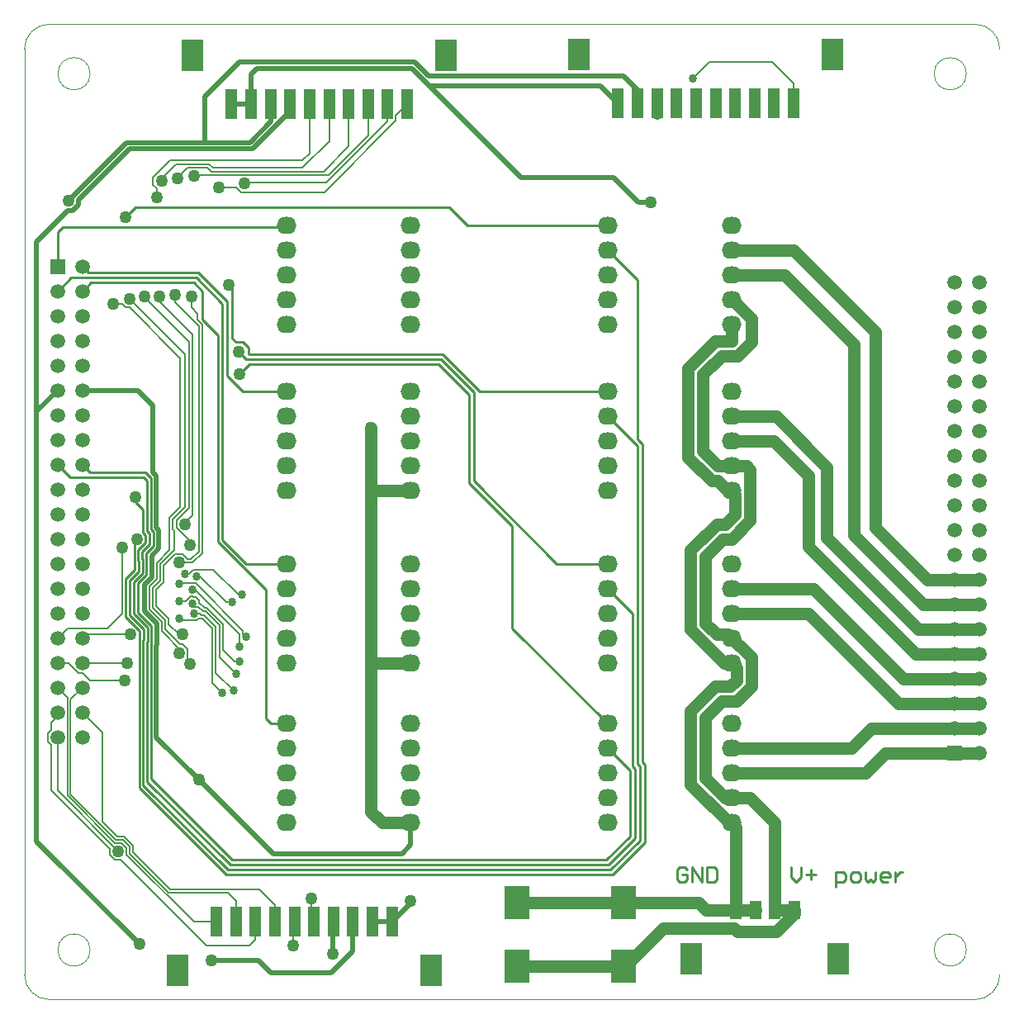
<source format=gtl>
G04 Layer_Physical_Order=1*
G04 Layer_Color=255*
%FSLAX25Y25*%
%MOIN*%
G70*
G01*
G75*
%ADD10R,0.09842X0.13780*%
%ADD11R,0.04724X0.07700*%
%ADD12R,0.09055X0.12992*%
%ADD13R,0.04724X0.12205*%
%ADD14C,0.05000*%
%ADD15C,0.00800*%
%ADD16C,0.01000*%
%ADD17C,0.02000*%
%ADD18C,0.00600*%
%ADD19C,0.00050*%
%ADD20C,0.05905*%
%ADD21R,0.05905X0.05905*%
%ADD22O,0.08000X0.07000*%
%ADD23C,0.03400*%
%ADD24C,0.05000*%
D10*
X545000Y342295D02*
D03*
Y316705D02*
D03*
X502000Y342295D02*
D03*
Y316705D02*
D03*
D11*
X613894Y339347D02*
D03*
X606020D02*
D03*
X598146D02*
D03*
X590272D02*
D03*
D12*
X631500Y319500D02*
D03*
X572287D02*
D03*
X527000Y684500D02*
D03*
X629362D02*
D03*
X467244Y314815D02*
D03*
X364882D02*
D03*
X371008Y684185D02*
D03*
X473370D02*
D03*
D13*
X542748Y664815D02*
D03*
X550622D02*
D03*
X558496D02*
D03*
X566370D02*
D03*
X574244D02*
D03*
X582118D02*
D03*
X589992D02*
D03*
X597866D02*
D03*
X605740D02*
D03*
X613614D02*
D03*
X451496Y334500D02*
D03*
X443622D02*
D03*
X435748D02*
D03*
X427874D02*
D03*
X420000D02*
D03*
X412126D02*
D03*
X404252D02*
D03*
X396378D02*
D03*
X388504D02*
D03*
X380630D02*
D03*
X386756Y664500D02*
D03*
X394630D02*
D03*
X402504D02*
D03*
X410378D02*
D03*
X418252D02*
D03*
X426126D02*
D03*
X434000D02*
D03*
X441874D02*
D03*
X449748D02*
D03*
X457622D02*
D03*
D14*
X678500Y402500D02*
X688500D01*
X650500D02*
X678500D01*
X588500Y394500D02*
X642500D01*
X650500Y402500D01*
X678500Y412500D02*
X688500D01*
X645000D02*
X678500D01*
X637000Y404500D02*
X645000Y412500D01*
X588500Y404500D02*
X637000D01*
X678500Y422500D02*
X688500D01*
X656000D02*
X678500D01*
X588500Y459000D02*
X619500D01*
X656000Y422500D01*
X678500Y432500D02*
X688500D01*
X658000D02*
X678500D01*
X621500Y469000D02*
X658000Y432500D01*
X588500Y469000D02*
X621500D01*
X678500Y452500D02*
X688500D01*
X664000D02*
X678500D01*
X627000Y489500D02*
X664000Y452500D01*
X627000Y489500D02*
Y518000D01*
X606500Y538500D02*
X627000Y518000D01*
X588500Y538500D02*
X606500D01*
X610000Y595500D02*
X638000Y567500D01*
Y490500D02*
Y567500D01*
Y490500D02*
X666000Y462500D01*
X678500D01*
X667500Y472500D02*
X678500D01*
X646500Y493500D02*
X667500Y472500D01*
X646500Y493500D02*
Y572500D01*
X613500Y605500D02*
X646500Y572500D01*
X605500Y528500D02*
X619500Y514500D01*
Y486000D02*
Y514500D01*
Y486000D02*
X663000Y442500D01*
X588500Y528500D02*
X605500D01*
X678500Y442500D02*
X688500D01*
X663000D02*
X678500D01*
Y462500D02*
X688500D01*
X588500Y595500D02*
X610000D01*
X678500Y472500D02*
X688500D01*
X588500Y605500D02*
X613500D01*
X606500Y330500D02*
X613894Y337894D01*
Y339347D01*
X591000Y330500D02*
X606500D01*
X589500Y332000D02*
X591000Y330500D01*
X561000Y332000D02*
X589500D01*
X545705Y316705D02*
X561000Y332000D01*
X545000Y316705D02*
X545705D01*
X502000D02*
X545000D01*
Y342295D02*
X575205D01*
X502000D02*
X545000D01*
X578153Y339347D02*
X590272D01*
X575205Y342295D02*
X578153Y339347D01*
X443000Y509000D02*
Y534000D01*
Y438500D02*
Y509000D01*
Y438500D02*
X443500Y439000D01*
X443000Y509000D02*
X443500Y508500D01*
Y439000D02*
X459000D01*
X443500Y508500D02*
X459000D01*
X588500Y374500D02*
X590272Y372728D01*
Y339347D02*
Y372728D01*
Y339347D02*
X598146D01*
X606020D02*
X613894D01*
X606020D02*
Y374480D01*
X596000Y384500D02*
X606020Y374480D01*
X588500Y384500D02*
X596000D01*
X596500Y568500D02*
Y577900D01*
X596485Y568500D02*
X596500D01*
X588900Y585500D02*
X596500Y577900D01*
X587000Y508500D02*
X588500D01*
X583000Y512500D02*
X587000Y508500D01*
X580515Y512500D02*
X583000D01*
X571000Y522015D02*
X580515Y512500D01*
X571000Y522015D02*
Y557985D01*
X596500Y429529D02*
Y441399D01*
X590471Y423500D02*
X596500Y429529D01*
X584500Y423500D02*
X590471D01*
X588500Y439000D02*
X590500Y437000D01*
Y432015D02*
Y437000D01*
X587985Y429500D02*
X590500Y432015D01*
X591899Y446000D02*
X596500Y441399D01*
X591500Y446000D02*
X591899D01*
X588500Y449000D02*
X591500Y446000D01*
X590985Y563000D02*
X596485Y568500D01*
X584500Y563000D02*
X590985D01*
X577000Y555500D02*
X584500Y563000D01*
X588500Y569000D02*
Y575500D01*
X582015Y569000D02*
X588500D01*
X571000Y557985D02*
X582015Y569000D01*
X588500Y508500D02*
X590000Y507000D01*
Y499000D02*
Y507000D01*
X586000Y495000D02*
X590000Y499000D01*
X594500Y518500D02*
X596000Y517000D01*
X588485Y489000D02*
X596000Y496515D01*
Y517000D01*
X585000Y489000D02*
X588485D01*
X582515Y495000D02*
X586000D01*
X572000Y452500D02*
Y484485D01*
X582515Y495000D01*
X587515Y374500D02*
X588500D01*
X572000Y390015D02*
X587515Y374500D01*
X572000Y390015D02*
Y419485D01*
X582015Y429500D01*
X587985D01*
X586000Y384500D02*
X588500D01*
X578000Y392500D02*
X586000Y384500D01*
X578000Y392500D02*
Y417000D01*
X584500Y423500D01*
X585500Y439000D02*
X588500D01*
X572000Y452500D02*
X585500Y439000D01*
X587000Y450500D02*
X588500Y449000D01*
X582500Y450500D02*
X587000D01*
X578000Y455000D02*
X582500Y450500D01*
X578000Y482000D02*
X585000Y489000D01*
X578000Y455000D02*
Y482000D01*
X588500Y518500D02*
X594500D01*
X583000D02*
X588500D01*
X577000Y524500D02*
X583000Y518500D01*
X577000Y524500D02*
Y555500D01*
X588500Y585500D02*
X588900D01*
X447500Y374500D02*
X459000D01*
X443000Y379000D02*
X447500Y374500D01*
X443000Y379000D02*
Y438500D01*
D15*
X316500Y439000D02*
X320910D01*
X369000D02*
X370000D01*
X326500D02*
X344500D01*
X365400Y443100D02*
X366400Y444100D01*
X316500Y449000D02*
X320500Y453000D01*
X371500Y636000D02*
X426020D01*
X326500Y449000D02*
X328000Y450500D01*
X453110Y659988D02*
X457622Y664500D01*
X453110Y657983D02*
Y659988D01*
X605000Y681500D02*
X613614Y672886D01*
X579500Y681500D02*
X605000D01*
X573000Y675000D02*
X579500Y681500D01*
X613614Y664815D02*
Y672886D01*
X389500Y466500D02*
X391000D01*
X371382Y476700D02*
X379300D01*
X369682Y475000D02*
X371382Y476700D01*
X379300D02*
X389500Y466500D01*
X368000Y475000D02*
X369682D01*
X374000Y474000D02*
X384500Y463500D01*
X387000D01*
X372500Y474000D02*
X374000D01*
X372300Y471200D02*
X391400Y452100D01*
Y450600D02*
Y452100D01*
X365700Y471200D02*
X372300D01*
X365500Y471000D02*
X365700Y471200D01*
X391400Y450600D02*
X392500Y449500D01*
X389800Y445700D02*
Y450618D01*
X371918Y468500D02*
X389800Y450618D01*
X371000Y468500D02*
X371918D01*
X389800Y445700D02*
X390000Y445500D01*
X376740Y461200D02*
X383200Y454740D01*
X375800Y461200D02*
X376740D01*
X388000Y439500D02*
X390000D01*
X383200Y444300D02*
Y454740D01*
X371300Y465700D02*
X372118D01*
X373700Y464118D01*
X371200Y465800D02*
X371300Y465700D01*
X373700Y463300D02*
X375800Y461200D01*
X373700Y463300D02*
Y464118D01*
X383200Y444300D02*
X388000Y439500D01*
X369882Y465700D02*
Y465800D01*
X371200D01*
X368182Y464000D02*
X369882Y465700D01*
X365500Y464000D02*
X368182D01*
X376160Y459800D02*
X381800Y454160D01*
Y441200D02*
X388500Y434500D01*
X381800Y441200D02*
Y454160D01*
X371300Y461700D02*
X373280D01*
X371000Y462000D02*
Y463000D01*
X375180Y459800D02*
X376160D01*
X373280Y461700D02*
X375180Y459800D01*
X371000Y462000D02*
X371300Y461700D01*
X374000Y459000D02*
X374600Y458400D01*
X375580D01*
X371500Y459000D02*
X374000D01*
X380400Y435100D02*
Y453580D01*
X375580Y458400D02*
X380400Y453580D01*
Y435100D02*
X387500Y428000D01*
X379000Y431000D02*
X383000Y427000D01*
X375000Y457000D02*
X379000Y453000D01*
Y431000D02*
Y453000D01*
X373318Y457000D02*
X375000D01*
X372618Y456300D02*
X373318Y457000D01*
X366200Y456300D02*
X372618D01*
X365500Y457000D02*
X366200Y456300D01*
X369000Y439000D02*
Y444450D01*
X342500Y459000D02*
Y485500D01*
X336500Y453000D02*
X342500Y459000D01*
X365500Y450500D02*
X367000D01*
X366950Y446500D02*
X369000Y444450D01*
X365980Y446500D02*
X366950D01*
X359900Y452580D02*
X365980Y446500D01*
X361300Y454700D02*
X365500Y450500D01*
X359900Y452580D02*
Y456257D01*
X354900Y461258D02*
X359900Y456257D01*
X365400Y443100D02*
X365500Y443000D01*
X328000Y450500D02*
X346000D01*
X358500Y452000D02*
X366400Y444100D01*
X358500Y452000D02*
Y455678D01*
X353500Y469822D02*
X356500Y472822D01*
X353500Y460678D02*
Y469822D01*
Y460678D02*
X358500Y455678D01*
X356500Y472822D02*
Y479410D01*
X361700Y484610D01*
Y497610D01*
X366000Y501909D01*
Y562000D01*
X345500Y582500D02*
X366000Y562000D01*
X357900Y478830D02*
X363535Y484465D01*
X357900Y472242D02*
Y478830D01*
X354900Y469242D02*
X357900Y472242D01*
X354900Y461258D02*
Y469242D01*
X359300Y478250D02*
X364050Y483000D01*
X359300Y471663D02*
Y478250D01*
X356300Y468663D02*
X359300Y471663D01*
X356300Y461837D02*
Y468663D01*
Y461837D02*
X361300Y456837D01*
Y454700D02*
Y456837D01*
X365500Y479500D02*
X371000D01*
X369000Y480900D02*
X370420D01*
X369000D02*
Y480950D01*
X329500Y432000D02*
X343500D01*
X326453Y435047D02*
X329500Y432000D01*
X324863Y435047D02*
X326453D01*
X320910Y439000D02*
X324863Y435047D01*
X363535Y484465D02*
Y492535D01*
X363100Y492970D02*
X363535Y492535D01*
X363100Y492970D02*
Y497030D01*
X368000Y501930D01*
X364500Y496450D02*
X369500Y501450D01*
X366950Y483000D02*
X369000Y480950D01*
X364050Y483000D02*
X366950D01*
X369500Y487000D02*
X370000Y486500D01*
X373000Y577480D02*
X374900Y575580D01*
X371000Y479500D02*
X374900Y483400D01*
X364000Y584500D02*
X373500Y575000D01*
X370420Y480900D02*
X373500Y483980D01*
Y575000D01*
X374900Y483400D02*
Y575580D01*
X369500Y487000D02*
Y488550D01*
X364500Y493550D02*
X369500Y488550D01*
X364500Y493550D02*
Y496450D01*
X369500Y501450D02*
Y568500D01*
X370500Y582500D02*
X373000Y580000D01*
Y577480D02*
Y580000D01*
X320500Y453000D02*
X336500D01*
X368000Y495000D02*
Y495500D01*
X371000Y498500D01*
X357500Y585000D02*
X371000Y571500D01*
Y498500D02*
Y571500D01*
X351500Y586500D02*
X369500Y568500D01*
X344050Y582500D02*
X345500D01*
X342550Y584000D02*
X344050Y582500D01*
X339000Y584000D02*
X342550D01*
X356500Y627000D02*
Y630550D01*
X355000Y632050D02*
X356500Y630550D01*
X355000Y632050D02*
Y634950D01*
X361850Y641800D01*
X415300D01*
X418252Y644752D01*
Y664500D01*
X368000Y501930D02*
Y563500D01*
X345500Y586000D02*
X368000Y563500D01*
X358500Y633500D02*
Y634500D01*
X364400Y640400D01*
X377580D01*
X379180Y638800D01*
X415300D01*
X426126Y649626D01*
Y664500D01*
X351500Y586500D02*
Y587000D01*
X365000Y634500D02*
Y635000D01*
X369000Y639000D01*
X377000D01*
X378600Y637400D01*
X423900D01*
X434000Y647500D01*
Y664500D01*
X357500Y585000D02*
Y587000D01*
X371500Y635500D02*
Y636000D01*
X426020D02*
X441874Y651854D01*
Y664500D01*
X364000Y584500D02*
Y587500D01*
X392000Y632500D02*
X392500Y633000D01*
X424127Y629000D02*
X453110Y657983D01*
X390550Y629000D02*
X424127D01*
X388550Y631000D02*
X390550Y629000D01*
X381500Y631000D02*
X388550D01*
X392500Y633000D02*
X425000D01*
X449748Y657748D01*
Y664500D01*
X370500Y582500D02*
Y587000D01*
D16*
X386000Y592000D02*
X387000Y591000D01*
X316500Y589000D02*
X322000Y594500D01*
X326500Y589000D02*
X330000Y592500D01*
X347500Y479591D02*
Y489000D01*
X316500Y599000D02*
Y613000D01*
X381400Y487837D02*
X400500Y468737D01*
Y416500D02*
Y468737D01*
Y416500D02*
X402500Y414500D01*
X349000Y459379D02*
Y471121D01*
Y459379D02*
X354400Y453979D01*
Y447021D02*
Y453979D01*
X354300Y446921D02*
X354400Y447021D01*
X354300Y392200D02*
Y446921D01*
X352700Y390972D02*
Y447583D01*
X352800Y447683D01*
Y453317D01*
X347200Y458917D02*
X352800Y453317D01*
X347200Y458917D02*
Y471583D01*
X345600Y472246D02*
X349200Y475846D01*
X345600Y458254D02*
Y472246D01*
Y458254D02*
X351200Y452654D01*
Y448346D02*
Y452654D01*
X351100Y448246D02*
X351200Y448346D01*
X351100Y389743D02*
Y448246D01*
X344000Y472909D02*
X347600Y476509D01*
X344000Y457591D02*
Y472909D01*
Y457591D02*
X349600Y451991D01*
Y449009D02*
Y451991D01*
X349500Y448909D02*
X349600Y449009D01*
X349500Y388515D02*
Y448909D01*
X347200Y471583D02*
X350800Y475183D01*
X349000Y471121D02*
X352400Y474521D01*
X402500Y414500D02*
X409000D01*
X375000Y577601D02*
X381400Y571201D01*
Y487837D02*
Y571201D01*
X371500Y592500D02*
X375000Y589000D01*
Y577601D02*
Y589000D01*
X355300Y486183D02*
Y491817D01*
X352300Y483183D02*
X355300Y486183D01*
X352300Y481579D02*
Y483183D01*
Y481579D02*
X352400Y481479D01*
Y474521D02*
Y481479D01*
X353700Y486846D02*
Y491154D01*
X350700Y483846D02*
X353700Y486846D01*
X350700Y480917D02*
Y483846D01*
Y480917D02*
X350800Y480817D01*
Y475183D02*
Y480817D01*
X352100Y487509D02*
Y490491D01*
X349100Y484509D02*
X352100Y487509D01*
X349100Y480254D02*
Y484509D01*
Y480254D02*
X349200Y480154D01*
Y475846D02*
Y480154D01*
X347500Y479591D02*
X347600Y479491D01*
Y476509D02*
Y479491D01*
X347500Y489000D02*
X348500D01*
X354300Y392200D02*
X387000Y359500D01*
X352700Y390972D02*
X386172Y357500D01*
X351100Y389743D02*
X385343Y355500D01*
X349500Y388515D02*
X384515Y353500D01*
X351985Y516000D02*
X354300Y513685D01*
Y492817D02*
Y513685D01*
Y492817D02*
X355300Y491817D01*
X351157Y514000D02*
X352700Y512457D01*
Y492154D02*
Y512457D01*
Y492154D02*
X353700Y491154D01*
X351100Y491491D02*
Y500900D01*
Y491491D02*
X352100Y490491D01*
X348000Y504000D02*
X351100Y500900D01*
X348000Y504000D02*
Y506000D01*
X540485Y353500D02*
X553500Y366515D01*
X384515Y353500D02*
X540485D01*
X539657Y355500D02*
X551500Y367343D01*
X385343Y355500D02*
X539657D01*
X538828Y357500D02*
X549500Y368172D01*
X386172Y357500D02*
X538828D01*
X538000Y359500D02*
X547500Y369000D01*
X387000Y359500D02*
X538000D01*
X553500Y366515D02*
Y397985D01*
X551500Y367343D02*
Y397157D01*
X549500Y368172D02*
Y396328D01*
X547500Y369000D02*
Y395500D01*
X470343Y559500D02*
X482500Y547343D01*
X394000Y559500D02*
X470343D01*
X390000Y555500D02*
X394000Y559500D01*
X538500Y469000D02*
X548500Y459000D01*
Y397328D02*
Y459000D01*
Y397328D02*
X549500Y396328D01*
X538500Y605500D02*
X550500Y593500D01*
Y529328D02*
Y593500D01*
Y529328D02*
X552500Y527328D01*
Y398985D02*
Y527328D01*
Y398985D02*
X553500Y397985D01*
X538500Y538500D02*
X550500Y526500D01*
Y398157D02*
Y526500D01*
Y398157D02*
X551500Y397157D01*
X500000Y453000D02*
X538500Y414500D01*
Y404500D02*
X547500Y395500D01*
X316500Y613000D02*
X318500Y615000D01*
X329500Y516000D02*
X351985D01*
X321500Y514000D02*
X351157D01*
X326500Y519000D02*
X329500Y516000D01*
X316500Y519000D02*
X321500Y514000D01*
X385000Y554843D02*
Y584828D01*
X391343Y548500D02*
X409000D01*
X385000Y554843D02*
X391343Y548500D01*
X482500Y511672D02*
Y547343D01*
Y511672D02*
X500000Y494172D01*
Y453000D02*
Y494172D01*
X393500Y563500D02*
Y566157D01*
X391157Y568500D02*
X393500Y566157D01*
X388500Y568500D02*
X391157D01*
X387000Y570000D02*
X388500Y568500D01*
X389500Y564500D02*
X392500Y561500D01*
X471172D01*
X484500Y548172D01*
Y512500D02*
Y548172D01*
Y512500D02*
X518000Y479000D01*
X538500D01*
X385500Y591500D02*
X386000Y592000D01*
X387000Y570000D02*
Y591000D01*
X393500Y563500D02*
X472000D01*
X487000Y548500D01*
X538500D01*
X344000Y619000D02*
X348000Y623000D01*
X318500Y615000D02*
X408500D01*
X409000Y615500D01*
X348000Y623000D02*
X474500D01*
X482000Y615500D01*
X538500D01*
X373328Y596500D02*
X385000Y584828D01*
X329000Y596500D02*
X373328D01*
X326500Y599000D02*
X329000Y596500D01*
X330000Y592500D02*
X371500D01*
X322000Y594500D02*
X372500D01*
X383000Y584000D01*
X392500Y479000D02*
X409000D01*
X383000Y488500D02*
X392500Y479000D01*
X383000Y488500D02*
Y584000D01*
X570499Y355498D02*
X569499Y356498D01*
X567500D01*
X566500Y355498D01*
Y351500D01*
X567500Y350500D01*
X569499D01*
X570499Y351500D01*
Y353499D01*
X568499D01*
X572498Y350500D02*
Y356498D01*
X576497Y350500D01*
Y356498D01*
X578496D02*
Y350500D01*
X581495D01*
X582495Y351500D01*
Y355498D01*
X581495Y356498D01*
X578496D01*
X612500D02*
Y352499D01*
X614499Y350500D01*
X616499Y352499D01*
Y356498D01*
X618498Y353499D02*
X622497D01*
X620497Y355498D02*
Y351500D01*
X630494Y348501D02*
Y354499D01*
X633493D01*
X634493Y353499D01*
Y351500D01*
X633493Y350500D01*
X630494D01*
X637492D02*
X639491D01*
X640491Y351500D01*
Y353499D01*
X639491Y354499D01*
X637492D01*
X636492Y353499D01*
Y351500D01*
X637492Y350500D01*
X642490Y354499D02*
Y351500D01*
X643490Y350500D01*
X644490Y351500D01*
X645489Y350500D01*
X646489Y351500D01*
Y354499D01*
X651487Y350500D02*
X649488D01*
X648488Y351500D01*
Y353499D01*
X649488Y354499D01*
X651487D01*
X652487Y353499D01*
Y352499D01*
X648488D01*
X654486Y354499D02*
Y350500D01*
Y352499D01*
X655486Y353499D01*
X656486Y354499D01*
X657485D01*
D17*
X326500Y549000D02*
X349000D01*
X375500Y649100D02*
X394154D01*
X344423D02*
X375500D01*
X376000Y649600D01*
Y667500D01*
X390100Y681600D01*
X460577D01*
X466177Y676000D01*
X545000D01*
X550622Y670378D01*
Y664815D02*
Y670378D01*
X466500Y672000D02*
X503500Y635000D01*
X459500Y679000D02*
X466500Y672000D01*
X535563D02*
X542748Y664815D01*
X466500Y672000D02*
X535563D01*
X373500Y392000D02*
X403500Y362000D01*
X356400Y409100D02*
X373500Y392000D01*
X356400Y409100D02*
Y446051D01*
X351500Y459849D02*
Y470651D01*
Y459849D02*
X356500Y454849D01*
Y446151D02*
Y454849D01*
X356400Y446051D02*
X356500Y446151D01*
X308000Y367000D02*
Y540500D01*
X357400Y485314D02*
Y492687D01*
X354500Y482413D02*
X357400Y485314D01*
X354500Y473651D02*
Y482413D01*
X351500Y470651D02*
X354500Y473651D01*
X551000Y625000D02*
X556000D01*
X541000Y635000D02*
X551000Y625000D01*
X503500Y635000D02*
X541000D01*
X397000Y679000D02*
X459500D01*
X394630Y676630D02*
X397000Y679000D01*
X394630Y664500D02*
Y676630D01*
X386756Y664500D02*
X394630D01*
X395231Y646500D02*
X410378Y661647D01*
X345500Y646500D02*
X395231D01*
X325100Y626100D02*
X345500Y646500D01*
X410378Y661647D02*
Y664500D01*
X402504Y657450D02*
Y664500D01*
X394154Y649100D02*
X402504Y657450D01*
X325100Y623979D02*
Y626100D01*
X322698Y621577D02*
X325100Y623979D01*
X320577Y621577D02*
X322698D01*
X308000Y609000D02*
X320577Y621577D01*
X321000Y625677D02*
X344423Y649100D01*
X308000Y540500D02*
Y609000D01*
X349000Y549000D02*
X355000Y543000D01*
Y515955D02*
Y543000D01*
Y515955D02*
X356400Y514555D01*
Y493686D02*
Y514555D01*
Y493686D02*
X357400Y492687D01*
X443622Y334500D02*
X451496D01*
X459000Y342004D02*
Y343000D01*
X451496Y334500D02*
X459000Y342004D01*
X378500Y319000D02*
X397500D01*
X402500Y314000D01*
X427000D01*
X435748Y322748D01*
Y334500D01*
X427500Y334126D02*
X427874Y334500D01*
X427500Y321500D02*
Y334126D01*
X308000Y367000D02*
X349500Y325500D01*
X308000Y540500D02*
X316500Y549000D01*
X455500Y362000D02*
X459000Y365500D01*
X403500Y362000D02*
X455500D01*
X459000Y365500D02*
Y374500D01*
D18*
X334500Y374894D02*
Y411000D01*
Y374894D02*
X340594Y368800D01*
X314000Y411949D02*
Y415000D01*
X312647Y410596D02*
X314000Y411949D01*
X312647Y407404D02*
Y410596D01*
Y407404D02*
X314000Y406051D01*
Y387500D02*
Y406051D01*
Y415000D02*
X316500Y417500D01*
X314000Y387500D02*
X337600Y363900D01*
X316500Y417500D02*
Y419000D01*
X361867Y347527D02*
X397973D01*
X346800Y362594D02*
X361867Y347527D01*
X346800Y362594D02*
Y365402D01*
X343402Y368800D02*
X346800Y365402D01*
X340594Y368800D02*
X343402D01*
X361370Y346327D02*
X385173D01*
X345600Y362097D02*
X361370Y346327D01*
X345600Y362097D02*
Y364905D01*
X342905Y367600D02*
X345600Y364905D01*
X340097Y367600D02*
X342905D01*
X321700Y385997D02*
X340097Y367600D01*
X321700Y385997D02*
Y424200D01*
X344400Y361600D02*
X371500Y334500D01*
X344400Y361600D02*
Y364408D01*
X342408Y366400D02*
X344400Y364408D01*
X339600Y366400D02*
X342408D01*
X320500Y385500D02*
X339600Y366400D01*
X371500Y334500D02*
X380630D01*
X320500Y385500D02*
Y425000D01*
X341900Y359600D02*
X376622Y324878D01*
X339592Y359600D02*
X341900D01*
X337600Y361592D02*
X339592Y359600D01*
X337600Y361592D02*
Y363900D01*
X376622Y324878D02*
X393878D01*
X419000Y335500D02*
X420000Y334500D01*
X419000Y335500D02*
Y344000D01*
X326500Y419000D02*
X334500Y411000D01*
X397973Y347527D02*
X404252Y341248D01*
Y334500D02*
Y341248D01*
X396378Y327378D02*
Y334500D01*
X393878Y324878D02*
X396378Y327378D01*
X411500Y333874D02*
X412126Y334500D01*
X411500Y325000D02*
Y333874D01*
X316500Y387500D02*
X341000Y363000D01*
X316500Y387500D02*
Y409000D01*
X385173Y346327D02*
X388504Y342996D01*
Y334500D02*
Y342996D01*
X321700Y424200D02*
X326500Y429000D01*
X316500D02*
X320500Y425000D01*
D19*
X696850Y686850D02*
G03*
X686850Y696850I-10000J0D01*
G01*
Y303150D02*
G03*
X696850Y313150I0J10000D01*
G01*
X303150D02*
G03*
X313150Y303150I10000J0D01*
G01*
Y696850D02*
G03*
X303150Y686850I0J-10000D01*
G01*
X329646Y676850D02*
G03*
X329646Y676850I-6496J0D01*
G01*
X683347Y323150D02*
G03*
X683347Y323150I-6496J0D01*
G01*
X329646D02*
G03*
X329646Y323150I-6496J0D01*
G01*
X683347Y676850D02*
G03*
X683347Y676850I-6496J0D01*
G01*
X313150Y303150D02*
X686850D01*
X303150Y313150D02*
Y686850D01*
X313150Y696850D02*
X686850D01*
D20*
X688500Y592500D02*
D03*
X678500D02*
D03*
X688500Y582500D02*
D03*
X678500D02*
D03*
X688500Y572500D02*
D03*
X678500D02*
D03*
X688500Y562500D02*
D03*
X678500D02*
D03*
X688500Y552500D02*
D03*
X678500D02*
D03*
X688500Y542500D02*
D03*
X678500D02*
D03*
X688500Y532500D02*
D03*
X678500D02*
D03*
X688500Y522500D02*
D03*
X678500D02*
D03*
X688500Y512500D02*
D03*
X678500D02*
D03*
X688500Y502500D02*
D03*
X678500D02*
D03*
X688500Y492500D02*
D03*
X678500D02*
D03*
X688500Y482500D02*
D03*
X678500D02*
D03*
X688500Y472500D02*
D03*
X678500D02*
D03*
X688500Y462500D02*
D03*
X678500D02*
D03*
X688500Y452500D02*
D03*
X678500D02*
D03*
X688500Y442500D02*
D03*
X678500D02*
D03*
X688500Y432500D02*
D03*
X678500D02*
D03*
X688500Y422500D02*
D03*
X678500D02*
D03*
X688500Y412500D02*
D03*
X678500D02*
D03*
X688500Y402500D02*
D03*
X326500Y409000D02*
D03*
X316500D02*
D03*
X326500Y419000D02*
D03*
X316500D02*
D03*
X326500Y429000D02*
D03*
X316500D02*
D03*
X326500Y439000D02*
D03*
X316500D02*
D03*
X326500Y449000D02*
D03*
X316500D02*
D03*
X326500Y459000D02*
D03*
X316500D02*
D03*
X326500Y469000D02*
D03*
X316500D02*
D03*
X326500Y479000D02*
D03*
X316500D02*
D03*
X326500Y489000D02*
D03*
X316500D02*
D03*
X326500Y499000D02*
D03*
X316500D02*
D03*
X326500Y509000D02*
D03*
X316500D02*
D03*
X326500Y519000D02*
D03*
X316500D02*
D03*
X326500Y529000D02*
D03*
X316500D02*
D03*
X326500Y539000D02*
D03*
X316500D02*
D03*
X326500Y549000D02*
D03*
X316500D02*
D03*
X326500Y559000D02*
D03*
X316500D02*
D03*
X326500Y569000D02*
D03*
X316500D02*
D03*
X326500Y579000D02*
D03*
X316500D02*
D03*
X326500Y589000D02*
D03*
X316500D02*
D03*
X326500Y599000D02*
D03*
D21*
X678500Y402500D02*
D03*
X316500Y599000D02*
D03*
D22*
X588500Y414500D02*
D03*
Y404500D02*
D03*
Y394500D02*
D03*
Y384500D02*
D03*
Y374500D02*
D03*
X538500D02*
D03*
Y384500D02*
D03*
Y394500D02*
D03*
Y404500D02*
D03*
Y414500D02*
D03*
X459000Y615500D02*
D03*
Y605500D02*
D03*
Y595500D02*
D03*
Y585500D02*
D03*
Y575500D02*
D03*
X409000D02*
D03*
Y585500D02*
D03*
Y595500D02*
D03*
Y605500D02*
D03*
Y615500D02*
D03*
X459000Y548500D02*
D03*
Y538500D02*
D03*
Y528500D02*
D03*
Y518500D02*
D03*
Y508500D02*
D03*
X409000D02*
D03*
Y518500D02*
D03*
Y528500D02*
D03*
Y538500D02*
D03*
Y548500D02*
D03*
X459000Y479000D02*
D03*
Y469000D02*
D03*
Y459000D02*
D03*
Y449000D02*
D03*
Y439000D02*
D03*
X409000D02*
D03*
Y449000D02*
D03*
Y459000D02*
D03*
Y469000D02*
D03*
Y479000D02*
D03*
X459000Y414500D02*
D03*
Y404500D02*
D03*
Y394500D02*
D03*
Y384500D02*
D03*
Y374500D02*
D03*
X409000D02*
D03*
Y384500D02*
D03*
Y394500D02*
D03*
Y404500D02*
D03*
Y414500D02*
D03*
X588500Y615500D02*
D03*
Y605500D02*
D03*
Y595500D02*
D03*
Y585500D02*
D03*
Y575500D02*
D03*
X538500D02*
D03*
Y585500D02*
D03*
Y595500D02*
D03*
Y605500D02*
D03*
Y615500D02*
D03*
X588500Y548500D02*
D03*
Y538500D02*
D03*
Y528500D02*
D03*
Y518500D02*
D03*
Y508500D02*
D03*
X538500D02*
D03*
Y518500D02*
D03*
Y528500D02*
D03*
Y538500D02*
D03*
Y548500D02*
D03*
X588500Y479000D02*
D03*
Y469000D02*
D03*
Y459000D02*
D03*
Y449000D02*
D03*
Y439000D02*
D03*
X538500D02*
D03*
Y449000D02*
D03*
Y459000D02*
D03*
Y469000D02*
D03*
Y479000D02*
D03*
D23*
X558500Y660000D02*
D03*
X566500Y661000D02*
D03*
X574500Y662500D02*
D03*
X582000Y661000D02*
D03*
X598000Y664000D02*
D03*
X573000Y675000D02*
D03*
X589500Y667000D02*
D03*
X605000Y668000D02*
D03*
X391000Y466500D02*
D03*
X368000Y475000D02*
D03*
X387000Y463500D02*
D03*
X372500Y474000D02*
D03*
X365500Y471000D02*
D03*
X392500Y449500D02*
D03*
X371000Y468500D02*
D03*
X390000Y445500D02*
D03*
Y439500D02*
D03*
X365500Y464000D02*
D03*
X388500Y434500D02*
D03*
X371000Y463000D02*
D03*
X371500Y459000D02*
D03*
X387500Y428000D02*
D03*
X383000Y427000D02*
D03*
X365500Y457000D02*
D03*
D24*
X443000Y534000D02*
D03*
X370000Y438500D02*
D03*
X367000Y450500D02*
D03*
X365500Y443000D02*
D03*
X346000Y450500D02*
D03*
X342500Y485500D02*
D03*
X365500Y479500D02*
D03*
X556000Y625000D02*
D03*
X321000Y625677D02*
D03*
X343500Y432000D02*
D03*
X344500Y439000D02*
D03*
X370000Y486500D02*
D03*
X368000Y495000D02*
D03*
X339000Y584000D02*
D03*
X356500Y627000D02*
D03*
X345500Y586000D02*
D03*
X358500Y633500D02*
D03*
X351500Y587000D02*
D03*
X365000Y634500D02*
D03*
X357500Y587000D02*
D03*
X371500Y635500D02*
D03*
X364000Y587500D02*
D03*
X392000Y632500D02*
D03*
X370500Y587000D02*
D03*
X381500Y631000D02*
D03*
X348000Y506000D02*
D03*
X348500Y489000D02*
D03*
X459000Y343000D02*
D03*
X378500Y319000D02*
D03*
X427500Y321500D02*
D03*
X349500Y325500D02*
D03*
X419000Y344000D02*
D03*
X411500Y325000D02*
D03*
X341000Y363000D02*
D03*
X373500Y392000D02*
D03*
X390000Y555500D02*
D03*
X389500Y564500D02*
D03*
X385500Y591500D02*
D03*
X344000Y619000D02*
D03*
M02*

</source>
